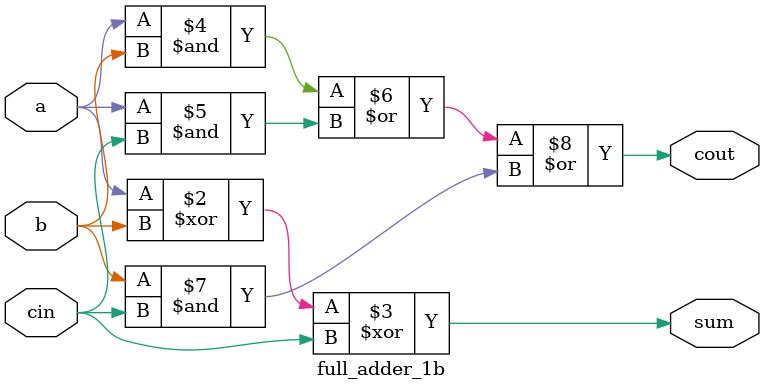
<source format=v>
module full_adder_1b (
    input a,
    input b,
    input cin,
    output reg sum,
    output reg cout
);
  always @(a or b or cin) begin
    sum  = #2 a ^ b ^ cin;
    cout = #2 (a & b) | (a & cin) | (b & cin);
  end
endmodule

</source>
